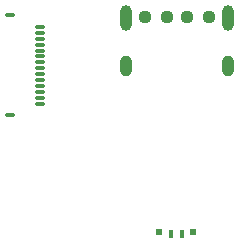
<source format=gbr>
%TF.GenerationSoftware,KiCad,Pcbnew,8.0.1*%
%TF.CreationDate,2024-03-21T19:56:43-04:00*%
%TF.ProjectId,001-v2,3030312d-7632-42e6-9b69-6361645f7063,rev?*%
%TF.SameCoordinates,Original*%
%TF.FileFunction,Soldermask,Top*%
%TF.FilePolarity,Negative*%
%FSLAX46Y46*%
G04 Gerber Fmt 4.6, Leading zero omitted, Abs format (unit mm)*
G04 Created by KiCad (PCBNEW 8.0.1) date 2024-03-21 19:56:43*
%MOMM*%
%LPD*%
G01*
G04 APERTURE LIST*
G04 Aperture macros list*
%AMRoundRect*
0 Rectangle with rounded corners*
0 $1 Rounding radius*
0 $2 $3 $4 $5 $6 $7 $8 $9 X,Y pos of 4 corners*
0 Add a 4 corners polygon primitive as box body*
4,1,4,$2,$3,$4,$5,$6,$7,$8,$9,$2,$3,0*
0 Add four circle primitives for the rounded corners*
1,1,$1+$1,$2,$3*
1,1,$1+$1,$4,$5*
1,1,$1+$1,$6,$7*
1,1,$1+$1,$8,$9*
0 Add four rect primitives between the rounded corners*
20,1,$1+$1,$2,$3,$4,$5,0*
20,1,$1+$1,$4,$5,$6,$7,0*
20,1,$1+$1,$6,$7,$8,$9,0*
20,1,$1+$1,$8,$9,$2,$3,0*%
G04 Aperture macros list end*
%ADD10RoundRect,0.237500X0.250000X0.237500X-0.250000X0.237500X-0.250000X-0.237500X0.250000X-0.237500X0*%
%ADD11RoundRect,0.237500X-0.250000X-0.237500X0.250000X-0.237500X0.250000X0.237500X-0.250000X0.237500X0*%
%ADD12R,0.600000X0.500000*%
%ADD13R,0.440000X0.750000*%
%ADD14RoundRect,0.100000X-0.300000X0.100000X-0.300000X-0.100000X0.300000X-0.100000X0.300000X0.100000X0*%
%ADD15RoundRect,0.075000X-0.325000X0.075000X-0.325000X-0.075000X0.325000X-0.075000X0.325000X0.075000X0*%
%ADD16O,1.000000X2.200000*%
%ADD17O,1.000000X1.800000*%
G04 APERTURE END LIST*
D10*
%TO.C,R2*%
X120038500Y-52070000D03*
X118213500Y-52070000D03*
%TD*%
D11*
%TO.C,R1*%
X114657500Y-52070000D03*
X116482500Y-52070000D03*
%TD*%
D12*
%TO.C,D1*%
X115828000Y-70273000D03*
D13*
X116898000Y-70398000D03*
X117798000Y-70398000D03*
D12*
X118748000Y-70273000D03*
%TD*%
D14*
%TO.C,J2*%
X103265600Y-51884000D03*
X103265600Y-60384000D03*
D15*
X105765600Y-52884000D03*
X105765600Y-53384000D03*
X105765600Y-53884000D03*
X105765600Y-54384000D03*
X105765600Y-54884000D03*
X105765600Y-55384000D03*
X105765600Y-55884000D03*
X105765600Y-56384000D03*
X105765600Y-56884000D03*
X105765600Y-57384000D03*
X105765600Y-57884000D03*
X105765600Y-58384000D03*
X105765600Y-58884000D03*
X105765600Y-59384000D03*
%TD*%
D16*
%TO.C,J1*%
X113028000Y-52171500D03*
D17*
X113028000Y-56171500D03*
D16*
X121668000Y-52171500D03*
D17*
X121668000Y-56171500D03*
%TD*%
M02*

</source>
